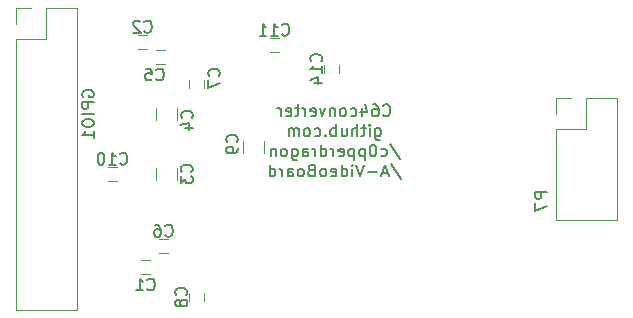
<source format=gbr>
G04 #@! TF.FileFunction,Legend,Bot*
%FSLAX46Y46*%
G04 Gerber Fmt 4.6, Leading zero omitted, Abs format (unit mm)*
G04 Created by KiCad (PCBNEW 4.0.4-stable) date 05/31/18 11:07:36*
%MOMM*%
%LPD*%
G01*
G04 APERTURE LIST*
%ADD10C,0.100000*%
%ADD11C,0.200000*%
%ADD12C,0.120000*%
%ADD13C,0.150000*%
G04 APERTURE END LIST*
D10*
D11*
X146613048Y-99153143D02*
X146660667Y-99200762D01*
X146803524Y-99248381D01*
X146898762Y-99248381D01*
X147041620Y-99200762D01*
X147136858Y-99105524D01*
X147184477Y-99010286D01*
X147232096Y-98819810D01*
X147232096Y-98676952D01*
X147184477Y-98486476D01*
X147136858Y-98391238D01*
X147041620Y-98296000D01*
X146898762Y-98248381D01*
X146803524Y-98248381D01*
X146660667Y-98296000D01*
X146613048Y-98343619D01*
X145755905Y-98248381D02*
X145946382Y-98248381D01*
X146041620Y-98296000D01*
X146089239Y-98343619D01*
X146184477Y-98486476D01*
X146232096Y-98676952D01*
X146232096Y-99057905D01*
X146184477Y-99153143D01*
X146136858Y-99200762D01*
X146041620Y-99248381D01*
X145851143Y-99248381D01*
X145755905Y-99200762D01*
X145708286Y-99153143D01*
X145660667Y-99057905D01*
X145660667Y-98819810D01*
X145708286Y-98724571D01*
X145755905Y-98676952D01*
X145851143Y-98629333D01*
X146041620Y-98629333D01*
X146136858Y-98676952D01*
X146184477Y-98724571D01*
X146232096Y-98819810D01*
X144803524Y-98581714D02*
X144803524Y-99248381D01*
X145041620Y-98200762D02*
X145279715Y-98915048D01*
X144660667Y-98915048D01*
X143851143Y-99200762D02*
X143946381Y-99248381D01*
X144136858Y-99248381D01*
X144232096Y-99200762D01*
X144279715Y-99153143D01*
X144327334Y-99057905D01*
X144327334Y-98772190D01*
X144279715Y-98676952D01*
X144232096Y-98629333D01*
X144136858Y-98581714D01*
X143946381Y-98581714D01*
X143851143Y-98629333D01*
X143279715Y-99248381D02*
X143374953Y-99200762D01*
X143422572Y-99153143D01*
X143470191Y-99057905D01*
X143470191Y-98772190D01*
X143422572Y-98676952D01*
X143374953Y-98629333D01*
X143279715Y-98581714D01*
X143136857Y-98581714D01*
X143041619Y-98629333D01*
X142994000Y-98676952D01*
X142946381Y-98772190D01*
X142946381Y-99057905D01*
X142994000Y-99153143D01*
X143041619Y-99200762D01*
X143136857Y-99248381D01*
X143279715Y-99248381D01*
X142517810Y-98581714D02*
X142517810Y-99248381D01*
X142517810Y-98676952D02*
X142470191Y-98629333D01*
X142374953Y-98581714D01*
X142232095Y-98581714D01*
X142136857Y-98629333D01*
X142089238Y-98724571D01*
X142089238Y-99248381D01*
X141708286Y-98581714D02*
X141470191Y-99248381D01*
X141232095Y-98581714D01*
X140470190Y-99200762D02*
X140565428Y-99248381D01*
X140755905Y-99248381D01*
X140851143Y-99200762D01*
X140898762Y-99105524D01*
X140898762Y-98724571D01*
X140851143Y-98629333D01*
X140755905Y-98581714D01*
X140565428Y-98581714D01*
X140470190Y-98629333D01*
X140422571Y-98724571D01*
X140422571Y-98819810D01*
X140898762Y-98915048D01*
X139994000Y-99248381D02*
X139994000Y-98581714D01*
X139994000Y-98772190D02*
X139946381Y-98676952D01*
X139898762Y-98629333D01*
X139803524Y-98581714D01*
X139708285Y-98581714D01*
X139517809Y-98581714D02*
X139136857Y-98581714D01*
X139374952Y-98248381D02*
X139374952Y-99105524D01*
X139327333Y-99200762D01*
X139232095Y-99248381D01*
X139136857Y-99248381D01*
X138422570Y-99200762D02*
X138517808Y-99248381D01*
X138708285Y-99248381D01*
X138803523Y-99200762D01*
X138851142Y-99105524D01*
X138851142Y-98724571D01*
X138803523Y-98629333D01*
X138708285Y-98581714D01*
X138517808Y-98581714D01*
X138422570Y-98629333D01*
X138374951Y-98724571D01*
X138374951Y-98819810D01*
X138851142Y-98915048D01*
X137946380Y-99248381D02*
X137946380Y-98581714D01*
X137946380Y-98772190D02*
X137898761Y-98676952D01*
X137851142Y-98629333D01*
X137755904Y-98581714D01*
X137660665Y-98581714D01*
X145946380Y-100281714D02*
X145946380Y-101091238D01*
X145993999Y-101186476D01*
X146041618Y-101234095D01*
X146136857Y-101281714D01*
X146279714Y-101281714D01*
X146374952Y-101234095D01*
X145946380Y-100900762D02*
X146041618Y-100948381D01*
X146232095Y-100948381D01*
X146327333Y-100900762D01*
X146374952Y-100853143D01*
X146422571Y-100757905D01*
X146422571Y-100472190D01*
X146374952Y-100376952D01*
X146327333Y-100329333D01*
X146232095Y-100281714D01*
X146041618Y-100281714D01*
X145946380Y-100329333D01*
X145470190Y-100948381D02*
X145470190Y-100281714D01*
X145470190Y-99948381D02*
X145517809Y-99996000D01*
X145470190Y-100043619D01*
X145422571Y-99996000D01*
X145470190Y-99948381D01*
X145470190Y-100043619D01*
X145136857Y-100281714D02*
X144755905Y-100281714D01*
X144994000Y-99948381D02*
X144994000Y-100805524D01*
X144946381Y-100900762D01*
X144851143Y-100948381D01*
X144755905Y-100948381D01*
X144422571Y-100948381D02*
X144422571Y-99948381D01*
X143993999Y-100948381D02*
X143993999Y-100424571D01*
X144041618Y-100329333D01*
X144136856Y-100281714D01*
X144279714Y-100281714D01*
X144374952Y-100329333D01*
X144422571Y-100376952D01*
X143089237Y-100281714D02*
X143089237Y-100948381D01*
X143517809Y-100281714D02*
X143517809Y-100805524D01*
X143470190Y-100900762D01*
X143374952Y-100948381D01*
X143232094Y-100948381D01*
X143136856Y-100900762D01*
X143089237Y-100853143D01*
X142613047Y-100948381D02*
X142613047Y-99948381D01*
X142613047Y-100329333D02*
X142517809Y-100281714D01*
X142327332Y-100281714D01*
X142232094Y-100329333D01*
X142184475Y-100376952D01*
X142136856Y-100472190D01*
X142136856Y-100757905D01*
X142184475Y-100853143D01*
X142232094Y-100900762D01*
X142327332Y-100948381D01*
X142517809Y-100948381D01*
X142613047Y-100900762D01*
X141708285Y-100853143D02*
X141660666Y-100900762D01*
X141708285Y-100948381D01*
X141755904Y-100900762D01*
X141708285Y-100853143D01*
X141708285Y-100948381D01*
X140803523Y-100900762D02*
X140898761Y-100948381D01*
X141089238Y-100948381D01*
X141184476Y-100900762D01*
X141232095Y-100853143D01*
X141279714Y-100757905D01*
X141279714Y-100472190D01*
X141232095Y-100376952D01*
X141184476Y-100329333D01*
X141089238Y-100281714D01*
X140898761Y-100281714D01*
X140803523Y-100329333D01*
X140232095Y-100948381D02*
X140327333Y-100900762D01*
X140374952Y-100853143D01*
X140422571Y-100757905D01*
X140422571Y-100472190D01*
X140374952Y-100376952D01*
X140327333Y-100329333D01*
X140232095Y-100281714D01*
X140089237Y-100281714D01*
X139993999Y-100329333D01*
X139946380Y-100376952D01*
X139898761Y-100472190D01*
X139898761Y-100757905D01*
X139946380Y-100853143D01*
X139993999Y-100900762D01*
X140089237Y-100948381D01*
X140232095Y-100948381D01*
X139470190Y-100948381D02*
X139470190Y-100281714D01*
X139470190Y-100376952D02*
X139422571Y-100329333D01*
X139327333Y-100281714D01*
X139184475Y-100281714D01*
X139089237Y-100329333D01*
X139041618Y-100424571D01*
X139041618Y-100948381D01*
X139041618Y-100424571D02*
X138993999Y-100329333D01*
X138898761Y-100281714D01*
X138755904Y-100281714D01*
X138660666Y-100329333D01*
X138613047Y-100424571D01*
X138613047Y-100948381D01*
X147184477Y-101600762D02*
X148041620Y-102886476D01*
X146422572Y-102600762D02*
X146517810Y-102648381D01*
X146708287Y-102648381D01*
X146803525Y-102600762D01*
X146851144Y-102553143D01*
X146898763Y-102457905D01*
X146898763Y-102172190D01*
X146851144Y-102076952D01*
X146803525Y-102029333D01*
X146708287Y-101981714D01*
X146517810Y-101981714D01*
X146422572Y-102029333D01*
X145803525Y-101648381D02*
X145708286Y-101648381D01*
X145613048Y-101696000D01*
X145565429Y-101743619D01*
X145517810Y-101838857D01*
X145470191Y-102029333D01*
X145470191Y-102267429D01*
X145517810Y-102457905D01*
X145565429Y-102553143D01*
X145613048Y-102600762D01*
X145708286Y-102648381D01*
X145803525Y-102648381D01*
X145898763Y-102600762D01*
X145946382Y-102553143D01*
X145994001Y-102457905D01*
X146041620Y-102267429D01*
X146041620Y-102029333D01*
X145994001Y-101838857D01*
X145946382Y-101743619D01*
X145898763Y-101696000D01*
X145803525Y-101648381D01*
X145041620Y-101981714D02*
X145041620Y-102981714D01*
X145041620Y-102029333D02*
X144946382Y-101981714D01*
X144755905Y-101981714D01*
X144660667Y-102029333D01*
X144613048Y-102076952D01*
X144565429Y-102172190D01*
X144565429Y-102457905D01*
X144613048Y-102553143D01*
X144660667Y-102600762D01*
X144755905Y-102648381D01*
X144946382Y-102648381D01*
X145041620Y-102600762D01*
X144136858Y-101981714D02*
X144136858Y-102981714D01*
X144136858Y-102029333D02*
X144041620Y-101981714D01*
X143851143Y-101981714D01*
X143755905Y-102029333D01*
X143708286Y-102076952D01*
X143660667Y-102172190D01*
X143660667Y-102457905D01*
X143708286Y-102553143D01*
X143755905Y-102600762D01*
X143851143Y-102648381D01*
X144041620Y-102648381D01*
X144136858Y-102600762D01*
X142851143Y-102600762D02*
X142946381Y-102648381D01*
X143136858Y-102648381D01*
X143232096Y-102600762D01*
X143279715Y-102505524D01*
X143279715Y-102124571D01*
X143232096Y-102029333D01*
X143136858Y-101981714D01*
X142946381Y-101981714D01*
X142851143Y-102029333D01*
X142803524Y-102124571D01*
X142803524Y-102219810D01*
X143279715Y-102315048D01*
X142374953Y-102648381D02*
X142374953Y-101981714D01*
X142374953Y-102172190D02*
X142327334Y-102076952D01*
X142279715Y-102029333D01*
X142184477Y-101981714D01*
X142089238Y-101981714D01*
X141327333Y-102648381D02*
X141327333Y-101648381D01*
X141327333Y-102600762D02*
X141422571Y-102648381D01*
X141613048Y-102648381D01*
X141708286Y-102600762D01*
X141755905Y-102553143D01*
X141803524Y-102457905D01*
X141803524Y-102172190D01*
X141755905Y-102076952D01*
X141708286Y-102029333D01*
X141613048Y-101981714D01*
X141422571Y-101981714D01*
X141327333Y-102029333D01*
X140851143Y-102648381D02*
X140851143Y-101981714D01*
X140851143Y-102172190D02*
X140803524Y-102076952D01*
X140755905Y-102029333D01*
X140660667Y-101981714D01*
X140565428Y-101981714D01*
X139803523Y-102648381D02*
X139803523Y-102124571D01*
X139851142Y-102029333D01*
X139946380Y-101981714D01*
X140136857Y-101981714D01*
X140232095Y-102029333D01*
X139803523Y-102600762D02*
X139898761Y-102648381D01*
X140136857Y-102648381D01*
X140232095Y-102600762D01*
X140279714Y-102505524D01*
X140279714Y-102410286D01*
X140232095Y-102315048D01*
X140136857Y-102267429D01*
X139898761Y-102267429D01*
X139803523Y-102219810D01*
X138898761Y-101981714D02*
X138898761Y-102791238D01*
X138946380Y-102886476D01*
X138993999Y-102934095D01*
X139089238Y-102981714D01*
X139232095Y-102981714D01*
X139327333Y-102934095D01*
X138898761Y-102600762D02*
X138993999Y-102648381D01*
X139184476Y-102648381D01*
X139279714Y-102600762D01*
X139327333Y-102553143D01*
X139374952Y-102457905D01*
X139374952Y-102172190D01*
X139327333Y-102076952D01*
X139279714Y-102029333D01*
X139184476Y-101981714D01*
X138993999Y-101981714D01*
X138898761Y-102029333D01*
X138279714Y-102648381D02*
X138374952Y-102600762D01*
X138422571Y-102553143D01*
X138470190Y-102457905D01*
X138470190Y-102172190D01*
X138422571Y-102076952D01*
X138374952Y-102029333D01*
X138279714Y-101981714D01*
X138136856Y-101981714D01*
X138041618Y-102029333D01*
X137993999Y-102076952D01*
X137946380Y-102172190D01*
X137946380Y-102457905D01*
X137993999Y-102553143D01*
X138041618Y-102600762D01*
X138136856Y-102648381D01*
X138279714Y-102648381D01*
X137517809Y-101981714D02*
X137517809Y-102648381D01*
X137517809Y-102076952D02*
X137470190Y-102029333D01*
X137374952Y-101981714D01*
X137232094Y-101981714D01*
X137136856Y-102029333D01*
X137089237Y-102124571D01*
X137089237Y-102648381D01*
X147279714Y-103300762D02*
X148136857Y-104586476D01*
X146994000Y-104062667D02*
X146517809Y-104062667D01*
X147089238Y-104348381D02*
X146755905Y-103348381D01*
X146422571Y-104348381D01*
X146089238Y-103967429D02*
X145327333Y-103967429D01*
X144994000Y-103348381D02*
X144660667Y-104348381D01*
X144327333Y-103348381D01*
X143994000Y-104348381D02*
X143994000Y-103681714D01*
X143994000Y-103348381D02*
X144041619Y-103396000D01*
X143994000Y-103443619D01*
X143946381Y-103396000D01*
X143994000Y-103348381D01*
X143994000Y-103443619D01*
X143089238Y-104348381D02*
X143089238Y-103348381D01*
X143089238Y-104300762D02*
X143184476Y-104348381D01*
X143374953Y-104348381D01*
X143470191Y-104300762D01*
X143517810Y-104253143D01*
X143565429Y-104157905D01*
X143565429Y-103872190D01*
X143517810Y-103776952D01*
X143470191Y-103729333D01*
X143374953Y-103681714D01*
X143184476Y-103681714D01*
X143089238Y-103729333D01*
X142232095Y-104300762D02*
X142327333Y-104348381D01*
X142517810Y-104348381D01*
X142613048Y-104300762D01*
X142660667Y-104205524D01*
X142660667Y-103824571D01*
X142613048Y-103729333D01*
X142517810Y-103681714D01*
X142327333Y-103681714D01*
X142232095Y-103729333D01*
X142184476Y-103824571D01*
X142184476Y-103919810D01*
X142660667Y-104015048D01*
X141613048Y-104348381D02*
X141708286Y-104300762D01*
X141755905Y-104253143D01*
X141803524Y-104157905D01*
X141803524Y-103872190D01*
X141755905Y-103776952D01*
X141708286Y-103729333D01*
X141613048Y-103681714D01*
X141470190Y-103681714D01*
X141374952Y-103729333D01*
X141327333Y-103776952D01*
X141279714Y-103872190D01*
X141279714Y-104157905D01*
X141327333Y-104253143D01*
X141374952Y-104300762D01*
X141470190Y-104348381D01*
X141613048Y-104348381D01*
X140517809Y-103824571D02*
X140374952Y-103872190D01*
X140327333Y-103919810D01*
X140279714Y-104015048D01*
X140279714Y-104157905D01*
X140327333Y-104253143D01*
X140374952Y-104300762D01*
X140470190Y-104348381D01*
X140851143Y-104348381D01*
X140851143Y-103348381D01*
X140517809Y-103348381D01*
X140422571Y-103396000D01*
X140374952Y-103443619D01*
X140327333Y-103538857D01*
X140327333Y-103634095D01*
X140374952Y-103729333D01*
X140422571Y-103776952D01*
X140517809Y-103824571D01*
X140851143Y-103824571D01*
X139708286Y-104348381D02*
X139803524Y-104300762D01*
X139851143Y-104253143D01*
X139898762Y-104157905D01*
X139898762Y-103872190D01*
X139851143Y-103776952D01*
X139803524Y-103729333D01*
X139708286Y-103681714D01*
X139565428Y-103681714D01*
X139470190Y-103729333D01*
X139422571Y-103776952D01*
X139374952Y-103872190D01*
X139374952Y-104157905D01*
X139422571Y-104253143D01*
X139470190Y-104300762D01*
X139565428Y-104348381D01*
X139708286Y-104348381D01*
X138517809Y-104348381D02*
X138517809Y-103824571D01*
X138565428Y-103729333D01*
X138660666Y-103681714D01*
X138851143Y-103681714D01*
X138946381Y-103729333D01*
X138517809Y-104300762D02*
X138613047Y-104348381D01*
X138851143Y-104348381D01*
X138946381Y-104300762D01*
X138994000Y-104205524D01*
X138994000Y-104110286D01*
X138946381Y-104015048D01*
X138851143Y-103967429D01*
X138613047Y-103967429D01*
X138517809Y-103919810D01*
X138041619Y-104348381D02*
X138041619Y-103681714D01*
X138041619Y-103872190D02*
X137994000Y-103776952D01*
X137946381Y-103729333D01*
X137851143Y-103681714D01*
X137755904Y-103681714D01*
X136993999Y-104348381D02*
X136993999Y-103348381D01*
X136993999Y-104300762D02*
X137089237Y-104348381D01*
X137279714Y-104348381D01*
X137374952Y-104300762D01*
X137422571Y-104253143D01*
X137470190Y-104157905D01*
X137470190Y-103872190D01*
X137422571Y-103776952D01*
X137374952Y-103729333D01*
X137279714Y-103681714D01*
X137089237Y-103681714D01*
X136993999Y-103729333D01*
D12*
X126842000Y-111414000D02*
X126142000Y-111414000D01*
X126142000Y-112614000D02*
X126842000Y-112614000D01*
X126588000Y-92364000D02*
X125888000Y-92364000D01*
X125888000Y-93564000D02*
X126588000Y-93564000D01*
X129120000Y-103640000D02*
X129120000Y-104640000D01*
X127420000Y-104640000D02*
X127420000Y-103640000D01*
X129120000Y-98560000D02*
X129120000Y-99560000D01*
X127420000Y-99560000D02*
X127420000Y-98560000D01*
X128112000Y-93634000D02*
X127412000Y-93634000D01*
X127412000Y-94834000D02*
X128112000Y-94834000D01*
X128366000Y-109636000D02*
X127666000Y-109636000D01*
X127666000Y-110836000D02*
X128366000Y-110836000D01*
X130210000Y-96170000D02*
X130210000Y-96870000D01*
X131410000Y-96870000D02*
X131410000Y-96170000D01*
X130210000Y-114204000D02*
X130210000Y-114904000D01*
X131410000Y-114904000D02*
X131410000Y-114204000D01*
X136486000Y-101354000D02*
X136486000Y-102354000D01*
X134786000Y-102354000D02*
X134786000Y-101354000D01*
X124048000Y-103540000D02*
X123348000Y-103540000D01*
X123348000Y-104740000D02*
X124048000Y-104740000D01*
X137764000Y-92618000D02*
X137064000Y-92618000D01*
X137064000Y-93818000D02*
X137764000Y-93818000D01*
X141640000Y-94900000D02*
X141640000Y-95600000D01*
X142840000Y-95600000D02*
X142840000Y-94900000D01*
X115510000Y-92710000D02*
X115510000Y-115630000D01*
X115510000Y-115630000D02*
X120710000Y-115630000D01*
X120710000Y-115630000D02*
X120710000Y-90110000D01*
X120710000Y-90110000D02*
X118110000Y-90110000D01*
X118110000Y-90110000D02*
X118110000Y-92710000D01*
X118110000Y-92710000D02*
X115510000Y-92710000D01*
X115510000Y-91440000D02*
X115510000Y-90110000D01*
X115510000Y-90110000D02*
X116780000Y-90110000D01*
X161230000Y-100330000D02*
X161230000Y-108010000D01*
X161230000Y-108010000D02*
X166430000Y-108010000D01*
X166430000Y-108010000D02*
X166430000Y-97730000D01*
X166430000Y-97730000D02*
X163830000Y-97730000D01*
X163830000Y-97730000D02*
X163830000Y-100330000D01*
X163830000Y-100330000D02*
X161230000Y-100330000D01*
X161230000Y-99060000D02*
X161230000Y-97730000D01*
X161230000Y-97730000D02*
X162500000Y-97730000D01*
D13*
X126658666Y-113895143D02*
X126706285Y-113942762D01*
X126849142Y-113990381D01*
X126944380Y-113990381D01*
X127087238Y-113942762D01*
X127182476Y-113847524D01*
X127230095Y-113752286D01*
X127277714Y-113561810D01*
X127277714Y-113418952D01*
X127230095Y-113228476D01*
X127182476Y-113133238D01*
X127087238Y-113038000D01*
X126944380Y-112990381D01*
X126849142Y-112990381D01*
X126706285Y-113038000D01*
X126658666Y-113085619D01*
X125706285Y-113990381D02*
X126277714Y-113990381D01*
X125992000Y-113990381D02*
X125992000Y-112990381D01*
X126087238Y-113133238D01*
X126182476Y-113228476D01*
X126277714Y-113276095D01*
X126404666Y-92071143D02*
X126452285Y-92118762D01*
X126595142Y-92166381D01*
X126690380Y-92166381D01*
X126833238Y-92118762D01*
X126928476Y-92023524D01*
X126976095Y-91928286D01*
X127023714Y-91737810D01*
X127023714Y-91594952D01*
X126976095Y-91404476D01*
X126928476Y-91309238D01*
X126833238Y-91214000D01*
X126690380Y-91166381D01*
X126595142Y-91166381D01*
X126452285Y-91214000D01*
X126404666Y-91261619D01*
X126023714Y-91261619D02*
X125976095Y-91214000D01*
X125880857Y-91166381D01*
X125642761Y-91166381D01*
X125547523Y-91214000D01*
X125499904Y-91261619D01*
X125452285Y-91356857D01*
X125452285Y-91452095D01*
X125499904Y-91594952D01*
X126071333Y-92166381D01*
X125452285Y-92166381D01*
X130377143Y-103973334D02*
X130424762Y-103925715D01*
X130472381Y-103782858D01*
X130472381Y-103687620D01*
X130424762Y-103544762D01*
X130329524Y-103449524D01*
X130234286Y-103401905D01*
X130043810Y-103354286D01*
X129900952Y-103354286D01*
X129710476Y-103401905D01*
X129615238Y-103449524D01*
X129520000Y-103544762D01*
X129472381Y-103687620D01*
X129472381Y-103782858D01*
X129520000Y-103925715D01*
X129567619Y-103973334D01*
X129472381Y-104306667D02*
X129472381Y-104925715D01*
X129853333Y-104592381D01*
X129853333Y-104735239D01*
X129900952Y-104830477D01*
X129948571Y-104878096D01*
X130043810Y-104925715D01*
X130281905Y-104925715D01*
X130377143Y-104878096D01*
X130424762Y-104830477D01*
X130472381Y-104735239D01*
X130472381Y-104449524D01*
X130424762Y-104354286D01*
X130377143Y-104306667D01*
X130405143Y-99401334D02*
X130452762Y-99353715D01*
X130500381Y-99210858D01*
X130500381Y-99115620D01*
X130452762Y-98972762D01*
X130357524Y-98877524D01*
X130262286Y-98829905D01*
X130071810Y-98782286D01*
X129928952Y-98782286D01*
X129738476Y-98829905D01*
X129643238Y-98877524D01*
X129548000Y-98972762D01*
X129500381Y-99115620D01*
X129500381Y-99210858D01*
X129548000Y-99353715D01*
X129595619Y-99401334D01*
X129833714Y-100258477D02*
X130500381Y-100258477D01*
X129452762Y-100020381D02*
X130167048Y-99782286D01*
X130167048Y-100401334D01*
X127420666Y-96115143D02*
X127468285Y-96162762D01*
X127611142Y-96210381D01*
X127706380Y-96210381D01*
X127849238Y-96162762D01*
X127944476Y-96067524D01*
X127992095Y-95972286D01*
X128039714Y-95781810D01*
X128039714Y-95638952D01*
X127992095Y-95448476D01*
X127944476Y-95353238D01*
X127849238Y-95258000D01*
X127706380Y-95210381D01*
X127611142Y-95210381D01*
X127468285Y-95258000D01*
X127420666Y-95305619D01*
X126515904Y-95210381D02*
X126992095Y-95210381D01*
X127039714Y-95686571D01*
X126992095Y-95638952D01*
X126896857Y-95591333D01*
X126658761Y-95591333D01*
X126563523Y-95638952D01*
X126515904Y-95686571D01*
X126468285Y-95781810D01*
X126468285Y-96019905D01*
X126515904Y-96115143D01*
X126563523Y-96162762D01*
X126658761Y-96210381D01*
X126896857Y-96210381D01*
X126992095Y-96162762D01*
X127039714Y-96115143D01*
X128182666Y-109343143D02*
X128230285Y-109390762D01*
X128373142Y-109438381D01*
X128468380Y-109438381D01*
X128611238Y-109390762D01*
X128706476Y-109295524D01*
X128754095Y-109200286D01*
X128801714Y-109009810D01*
X128801714Y-108866952D01*
X128754095Y-108676476D01*
X128706476Y-108581238D01*
X128611238Y-108486000D01*
X128468380Y-108438381D01*
X128373142Y-108438381D01*
X128230285Y-108486000D01*
X128182666Y-108533619D01*
X127325523Y-108438381D02*
X127516000Y-108438381D01*
X127611238Y-108486000D01*
X127658857Y-108533619D01*
X127754095Y-108676476D01*
X127801714Y-108866952D01*
X127801714Y-109247905D01*
X127754095Y-109343143D01*
X127706476Y-109390762D01*
X127611238Y-109438381D01*
X127420761Y-109438381D01*
X127325523Y-109390762D01*
X127277904Y-109343143D01*
X127230285Y-109247905D01*
X127230285Y-109009810D01*
X127277904Y-108914571D01*
X127325523Y-108866952D01*
X127420761Y-108819333D01*
X127611238Y-108819333D01*
X127706476Y-108866952D01*
X127754095Y-108914571D01*
X127801714Y-109009810D01*
X132691143Y-95845334D02*
X132738762Y-95797715D01*
X132786381Y-95654858D01*
X132786381Y-95559620D01*
X132738762Y-95416762D01*
X132643524Y-95321524D01*
X132548286Y-95273905D01*
X132357810Y-95226286D01*
X132214952Y-95226286D01*
X132024476Y-95273905D01*
X131929238Y-95321524D01*
X131834000Y-95416762D01*
X131786381Y-95559620D01*
X131786381Y-95654858D01*
X131834000Y-95797715D01*
X131881619Y-95845334D01*
X131786381Y-96178667D02*
X131786381Y-96845334D01*
X132786381Y-96416762D01*
X129917143Y-114387334D02*
X129964762Y-114339715D01*
X130012381Y-114196858D01*
X130012381Y-114101620D01*
X129964762Y-113958762D01*
X129869524Y-113863524D01*
X129774286Y-113815905D01*
X129583810Y-113768286D01*
X129440952Y-113768286D01*
X129250476Y-113815905D01*
X129155238Y-113863524D01*
X129060000Y-113958762D01*
X129012381Y-114101620D01*
X129012381Y-114196858D01*
X129060000Y-114339715D01*
X129107619Y-114387334D01*
X129440952Y-114958762D02*
X129393333Y-114863524D01*
X129345714Y-114815905D01*
X129250476Y-114768286D01*
X129202857Y-114768286D01*
X129107619Y-114815905D01*
X129060000Y-114863524D01*
X129012381Y-114958762D01*
X129012381Y-115149239D01*
X129060000Y-115244477D01*
X129107619Y-115292096D01*
X129202857Y-115339715D01*
X129250476Y-115339715D01*
X129345714Y-115292096D01*
X129393333Y-115244477D01*
X129440952Y-115149239D01*
X129440952Y-114958762D01*
X129488571Y-114863524D01*
X129536190Y-114815905D01*
X129631429Y-114768286D01*
X129821905Y-114768286D01*
X129917143Y-114815905D01*
X129964762Y-114863524D01*
X130012381Y-114958762D01*
X130012381Y-115149239D01*
X129964762Y-115244477D01*
X129917143Y-115292096D01*
X129821905Y-115339715D01*
X129631429Y-115339715D01*
X129536190Y-115292096D01*
X129488571Y-115244477D01*
X129440952Y-115149239D01*
X134215143Y-101433334D02*
X134262762Y-101385715D01*
X134310381Y-101242858D01*
X134310381Y-101147620D01*
X134262762Y-101004762D01*
X134167524Y-100909524D01*
X134072286Y-100861905D01*
X133881810Y-100814286D01*
X133738952Y-100814286D01*
X133548476Y-100861905D01*
X133453238Y-100909524D01*
X133358000Y-101004762D01*
X133310381Y-101147620D01*
X133310381Y-101242858D01*
X133358000Y-101385715D01*
X133405619Y-101433334D01*
X134310381Y-101909524D02*
X134310381Y-102100000D01*
X134262762Y-102195239D01*
X134215143Y-102242858D01*
X134072286Y-102338096D01*
X133881810Y-102385715D01*
X133500857Y-102385715D01*
X133405619Y-102338096D01*
X133358000Y-102290477D01*
X133310381Y-102195239D01*
X133310381Y-102004762D01*
X133358000Y-101909524D01*
X133405619Y-101861905D01*
X133500857Y-101814286D01*
X133738952Y-101814286D01*
X133834190Y-101861905D01*
X133881810Y-101909524D01*
X133929429Y-102004762D01*
X133929429Y-102195239D01*
X133881810Y-102290477D01*
X133834190Y-102338096D01*
X133738952Y-102385715D01*
X124340857Y-103247143D02*
X124388476Y-103294762D01*
X124531333Y-103342381D01*
X124626571Y-103342381D01*
X124769429Y-103294762D01*
X124864667Y-103199524D01*
X124912286Y-103104286D01*
X124959905Y-102913810D01*
X124959905Y-102770952D01*
X124912286Y-102580476D01*
X124864667Y-102485238D01*
X124769429Y-102390000D01*
X124626571Y-102342381D01*
X124531333Y-102342381D01*
X124388476Y-102390000D01*
X124340857Y-102437619D01*
X123388476Y-103342381D02*
X123959905Y-103342381D01*
X123674191Y-103342381D02*
X123674191Y-102342381D01*
X123769429Y-102485238D01*
X123864667Y-102580476D01*
X123959905Y-102628095D01*
X122769429Y-102342381D02*
X122674190Y-102342381D01*
X122578952Y-102390000D01*
X122531333Y-102437619D01*
X122483714Y-102532857D01*
X122436095Y-102723333D01*
X122436095Y-102961429D01*
X122483714Y-103151905D01*
X122531333Y-103247143D01*
X122578952Y-103294762D01*
X122674190Y-103342381D01*
X122769429Y-103342381D01*
X122864667Y-103294762D01*
X122912286Y-103247143D01*
X122959905Y-103151905D01*
X123007524Y-102961429D01*
X123007524Y-102723333D01*
X122959905Y-102532857D01*
X122912286Y-102437619D01*
X122864667Y-102390000D01*
X122769429Y-102342381D01*
X138056857Y-92325143D02*
X138104476Y-92372762D01*
X138247333Y-92420381D01*
X138342571Y-92420381D01*
X138485429Y-92372762D01*
X138580667Y-92277524D01*
X138628286Y-92182286D01*
X138675905Y-91991810D01*
X138675905Y-91848952D01*
X138628286Y-91658476D01*
X138580667Y-91563238D01*
X138485429Y-91468000D01*
X138342571Y-91420381D01*
X138247333Y-91420381D01*
X138104476Y-91468000D01*
X138056857Y-91515619D01*
X137104476Y-92420381D02*
X137675905Y-92420381D01*
X137390191Y-92420381D02*
X137390191Y-91420381D01*
X137485429Y-91563238D01*
X137580667Y-91658476D01*
X137675905Y-91706095D01*
X136152095Y-92420381D02*
X136723524Y-92420381D01*
X136437810Y-92420381D02*
X136437810Y-91420381D01*
X136533048Y-91563238D01*
X136628286Y-91658476D01*
X136723524Y-91706095D01*
X141347143Y-94607143D02*
X141394762Y-94559524D01*
X141442381Y-94416667D01*
X141442381Y-94321429D01*
X141394762Y-94178571D01*
X141299524Y-94083333D01*
X141204286Y-94035714D01*
X141013810Y-93988095D01*
X140870952Y-93988095D01*
X140680476Y-94035714D01*
X140585238Y-94083333D01*
X140490000Y-94178571D01*
X140442381Y-94321429D01*
X140442381Y-94416667D01*
X140490000Y-94559524D01*
X140537619Y-94607143D01*
X141442381Y-95559524D02*
X141442381Y-94988095D01*
X141442381Y-95273809D02*
X140442381Y-95273809D01*
X140585238Y-95178571D01*
X140680476Y-95083333D01*
X140728095Y-94988095D01*
X140775714Y-96416667D02*
X141442381Y-96416667D01*
X140394762Y-96178571D02*
X141109048Y-95940476D01*
X141109048Y-96559524D01*
X121166000Y-97583810D02*
X121118381Y-97488572D01*
X121118381Y-97345715D01*
X121166000Y-97202857D01*
X121261238Y-97107619D01*
X121356476Y-97060000D01*
X121546952Y-97012381D01*
X121689810Y-97012381D01*
X121880286Y-97060000D01*
X121975524Y-97107619D01*
X122070762Y-97202857D01*
X122118381Y-97345715D01*
X122118381Y-97440953D01*
X122070762Y-97583810D01*
X122023143Y-97631429D01*
X121689810Y-97631429D01*
X121689810Y-97440953D01*
X122118381Y-98060000D02*
X121118381Y-98060000D01*
X121118381Y-98440953D01*
X121166000Y-98536191D01*
X121213619Y-98583810D01*
X121308857Y-98631429D01*
X121451714Y-98631429D01*
X121546952Y-98583810D01*
X121594571Y-98536191D01*
X121642190Y-98440953D01*
X121642190Y-98060000D01*
X122118381Y-99060000D02*
X121118381Y-99060000D01*
X121118381Y-99726666D02*
X121118381Y-99917143D01*
X121166000Y-100012381D01*
X121261238Y-100107619D01*
X121451714Y-100155238D01*
X121785048Y-100155238D01*
X121975524Y-100107619D01*
X122070762Y-100012381D01*
X122118381Y-99917143D01*
X122118381Y-99726666D01*
X122070762Y-99631428D01*
X121975524Y-99536190D01*
X121785048Y-99488571D01*
X121451714Y-99488571D01*
X121261238Y-99536190D01*
X121166000Y-99631428D01*
X121118381Y-99726666D01*
X122118381Y-101107619D02*
X122118381Y-100536190D01*
X122118381Y-100821904D02*
X121118381Y-100821904D01*
X121261238Y-100726666D01*
X121356476Y-100631428D01*
X121404095Y-100536190D01*
X160472381Y-105687905D02*
X159472381Y-105687905D01*
X159472381Y-106068858D01*
X159520000Y-106164096D01*
X159567619Y-106211715D01*
X159662857Y-106259334D01*
X159805714Y-106259334D01*
X159900952Y-106211715D01*
X159948571Y-106164096D01*
X159996190Y-106068858D01*
X159996190Y-105687905D01*
X159472381Y-106592667D02*
X159472381Y-107259334D01*
X160472381Y-106830762D01*
M02*

</source>
